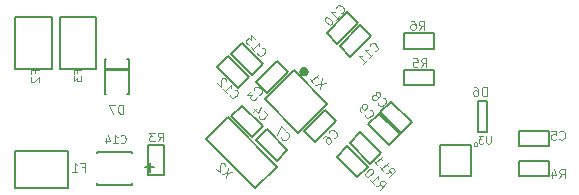
<source format=gbo>
G04 #@! TF.FileFunction,Legend,Bot*
%FSLAX46Y46*%
G04 Gerber Fmt 4.6, Leading zero omitted, Abs format (unit mm)*
G04 Created by KiCad (PCBNEW 4.0.7) date 06/12/18 13:46:57*
%MOMM*%
%LPD*%
G01*
G04 APERTURE LIST*
%ADD10C,0.100000*%
%ADD11C,0.200000*%
%ADD12C,0.381000*%
%ADD13C,0.127000*%
%ADD14C,0.150000*%
%ADD15C,0.250000*%
%ADD16C,0.097500*%
G04 APERTURE END LIST*
D10*
D11*
X18776497Y8834264D02*
X20544264Y7066497D01*
X20544264Y7066497D02*
X21463503Y7985736D01*
X21463503Y7985736D02*
X19695736Y9753503D01*
X19695736Y9753503D02*
X18776497Y8834264D01*
X22702764Y13525503D02*
X20934997Y11757736D01*
X20934997Y11757736D02*
X21854236Y10838497D01*
X21854236Y10838497D02*
X23622003Y12606264D01*
X23622003Y12606264D02*
X22702764Y13525503D01*
X45690000Y7625000D02*
X43190000Y7625000D01*
X43190000Y7625000D02*
X43190000Y6325000D01*
X43190000Y6325000D02*
X45690000Y6325000D01*
X45690000Y6325000D02*
X45690000Y7625000D01*
X25918236Y6710497D02*
X27686003Y8478264D01*
X27686003Y8478264D02*
X26766764Y9397503D01*
X26766764Y9397503D02*
X24998997Y7629736D01*
X24998997Y7629736D02*
X25918236Y6710497D01*
X23563503Y5985736D02*
X21795736Y7753503D01*
X21795736Y7753503D02*
X20876497Y6834264D01*
X20876497Y6834264D02*
X22644264Y5066497D01*
X22644264Y5066497D02*
X23563503Y5985736D01*
X13070000Y3910000D02*
X13070000Y6410000D01*
X13070000Y6410000D02*
X11770000Y6410000D01*
X11770000Y6410000D02*
X11770000Y3910000D01*
X11770000Y3910000D02*
X13070000Y3910000D01*
X45690000Y5085000D02*
X43190000Y5085000D01*
X43190000Y5085000D02*
X43190000Y3785000D01*
X43190000Y3785000D02*
X45690000Y3785000D01*
X45690000Y3785000D02*
X45690000Y5085000D01*
D12*
X25168528Y12615371D02*
G75*
G03X25168528Y12615371I-200000J0D01*
G01*
D13*
X24544264Y7524202D02*
X26948427Y9928365D01*
X26948427Y9928365D02*
X24120000Y12756792D01*
X24120000Y12756792D02*
X21645126Y10281918D01*
X21645126Y10281918D02*
X24473553Y7453491D01*
X24473553Y7453491D02*
X24614975Y7594913D01*
X16735076Y6856447D02*
X20836295Y2755227D01*
X20836295Y2755227D02*
X22674773Y4593705D01*
X22674773Y4593705D02*
X18502843Y8765635D01*
X18502843Y8765635D02*
X16664365Y6927157D01*
D11*
X31412497Y9177264D02*
X33180264Y7409497D01*
X33180264Y7409497D02*
X34099503Y8328736D01*
X34099503Y8328736D02*
X32331736Y10096503D01*
X32331736Y10096503D02*
X31412497Y9177264D01*
X30396497Y8161264D02*
X32164264Y6393497D01*
X32164264Y6393497D02*
X33083503Y7312736D01*
X33083503Y7312736D02*
X31315736Y9080503D01*
X31315736Y9080503D02*
X30396497Y8161264D01*
X27795736Y14966497D02*
X29563503Y16734264D01*
X29563503Y16734264D02*
X28644264Y17653503D01*
X28644264Y17653503D02*
X26876497Y15885736D01*
X26876497Y15885736D02*
X27795736Y14966497D01*
X28895736Y13866497D02*
X30663503Y15634264D01*
X30663503Y15634264D02*
X29744264Y16553503D01*
X29744264Y16553503D02*
X27976497Y14785736D01*
X27976497Y14785736D02*
X28895736Y13866497D01*
X17626497Y13034264D02*
X19394264Y11266497D01*
X19394264Y11266497D02*
X20313503Y12185736D01*
X20313503Y12185736D02*
X18545736Y13953503D01*
X18545736Y13953503D02*
X17626497Y13034264D01*
X18776497Y14134264D02*
X20544264Y12366497D01*
X20544264Y12366497D02*
X21463503Y13285736D01*
X21463503Y13285736D02*
X19695736Y15053503D01*
X19695736Y15053503D02*
X18776497Y14134264D01*
X3620000Y12835000D02*
X3620000Y17285000D01*
X3620000Y17285000D02*
X520000Y17285000D01*
X520000Y17285000D02*
X520000Y12835000D01*
X520000Y12835000D02*
X3620000Y12835000D01*
X495000Y2810000D02*
X4945000Y2810000D01*
X4945000Y2810000D02*
X4945000Y5910000D01*
X4945000Y5910000D02*
X495000Y5910000D01*
X495000Y5910000D02*
X495000Y2810000D01*
X33470000Y11460000D02*
X35970000Y11460000D01*
X35970000Y11460000D02*
X35970000Y12760000D01*
X35970000Y12760000D02*
X33470000Y12760000D01*
X33470000Y12760000D02*
X33470000Y11460000D01*
X35970000Y15860000D02*
X33470000Y15860000D01*
X33470000Y15860000D02*
X33470000Y14560000D01*
X33470000Y14560000D02*
X35970000Y14560000D01*
X35970000Y14560000D02*
X35970000Y15860000D01*
D14*
X36470000Y6410000D02*
X36470000Y3810000D01*
X39070000Y6410000D02*
X39070000Y3810000D01*
D11*
X39070000Y6410000D02*
X36470000Y6410000D01*
X36470000Y3810000D02*
X39070000Y3810000D01*
D14*
X40470000Y7510000D02*
X39670000Y7510000D01*
X39670000Y7510000D02*
X39670000Y10110000D01*
X39670000Y10110000D02*
X40470000Y10110000D01*
X40470000Y10110000D02*
X40470000Y7510000D01*
D11*
X30413503Y4585736D02*
X28645736Y6353503D01*
X28645736Y6353503D02*
X27726497Y5434264D01*
X27726497Y5434264D02*
X29494264Y3666497D01*
X29494264Y3666497D02*
X30413503Y4585736D01*
X31513503Y5735736D02*
X29745736Y7503503D01*
X29745736Y7503503D02*
X28826497Y6584264D01*
X28826497Y6584264D02*
X30594264Y4816497D01*
X30594264Y4816497D02*
X31513503Y5735736D01*
D14*
X7473000Y3190000D02*
X7473000Y3063000D01*
X7473000Y3063000D02*
X10394000Y3063000D01*
X10394000Y3063000D02*
X10394000Y3190000D01*
X10394000Y5730000D02*
X10394000Y5857000D01*
X10394000Y5857000D02*
X7473000Y5857000D01*
X7473000Y5857000D02*
X7473000Y5730000D01*
D15*
X10020000Y12810000D02*
X8220000Y12810000D01*
D14*
X8220000Y10710000D02*
X8120000Y10710000D01*
X8120000Y10710000D02*
X8120000Y13710000D01*
X8120000Y13710000D02*
X8220000Y13710000D01*
X10020000Y10710000D02*
X10120000Y10710000D01*
X10120000Y10710000D02*
X10120000Y13710000D01*
X10120000Y13710000D02*
X10020000Y13710000D01*
D11*
X4270000Y17285000D02*
X4270000Y12835000D01*
X4270000Y12835000D02*
X7370000Y12835000D01*
X7370000Y12835000D02*
X7370000Y17285000D01*
X7370000Y17285000D02*
X4270000Y17285000D01*
D10*
X21118985Y8832208D02*
X21118985Y8781701D01*
X21169492Y8680685D01*
X21220000Y8630177D01*
X21321016Y8579670D01*
X21422030Y8579670D01*
X21497793Y8604924D01*
X21624061Y8680685D01*
X21699823Y8756447D01*
X21775584Y8882715D01*
X21800837Y8958477D01*
X21800838Y9059492D01*
X21750330Y9160507D01*
X21699822Y9211015D01*
X21598807Y9261523D01*
X21548300Y9261523D01*
X20967462Y9589822D02*
X20613908Y9236269D01*
X21295762Y9665584D02*
X21043223Y9160507D01*
X20714924Y9488807D01*
X21142078Y10666771D02*
X21192585Y10666771D01*
X21293601Y10717278D01*
X21344109Y10767786D01*
X21394616Y10868802D01*
X21394616Y10969816D01*
X21369362Y11045579D01*
X21293601Y11171847D01*
X21217839Y11247609D01*
X21091571Y11323370D01*
X21015809Y11348623D01*
X20914794Y11348624D01*
X20813779Y11298116D01*
X20763271Y11247608D01*
X20712763Y11146593D01*
X20712763Y11096086D01*
X20485479Y10969816D02*
X20157179Y10641517D01*
X20535986Y10616263D01*
X20460225Y10540502D01*
X20434971Y10464741D01*
X20434972Y10414233D01*
X20460225Y10338471D01*
X20586494Y10212202D01*
X20662256Y10186949D01*
X20712763Y10186949D01*
X20788525Y10212202D01*
X20940048Y10363725D01*
X20965301Y10439487D01*
X20965301Y10489994D01*
X46595000Y6942143D02*
X46630714Y6906429D01*
X46737857Y6870714D01*
X46809286Y6870714D01*
X46916429Y6906429D01*
X46987857Y6977857D01*
X47023572Y7049286D01*
X47059286Y7192143D01*
X47059286Y7299286D01*
X47023572Y7442143D01*
X46987857Y7513571D01*
X46916429Y7585000D01*
X46809286Y7620714D01*
X46737857Y7620714D01*
X46630714Y7585000D01*
X46595000Y7549286D01*
X45916429Y7620714D02*
X46273572Y7620714D01*
X46309286Y7263571D01*
X46273572Y7299286D01*
X46202143Y7335000D01*
X46023572Y7335000D01*
X45952143Y7299286D01*
X45916429Y7263571D01*
X45880714Y7192143D01*
X45880714Y7013571D01*
X45916429Y6942143D01*
X45952143Y6906429D01*
X46023572Y6870714D01*
X46202143Y6870714D01*
X46273572Y6906429D01*
X46309286Y6942143D01*
X27497792Y7008985D02*
X27548299Y7008985D01*
X27649315Y7059492D01*
X27699823Y7110000D01*
X27750330Y7211016D01*
X27750330Y7312030D01*
X27725076Y7387793D01*
X27649315Y7514061D01*
X27573553Y7589823D01*
X27447285Y7665584D01*
X27371523Y7690837D01*
X27270508Y7690838D01*
X27169493Y7640330D01*
X27118985Y7589822D01*
X27068477Y7488807D01*
X27068477Y7438300D01*
X26563401Y7034238D02*
X26664416Y7135254D01*
X26740178Y7160508D01*
X26790685Y7160508D01*
X26916955Y7135254D01*
X27043223Y7059493D01*
X27245254Y6857462D01*
X27270508Y6781701D01*
X27270507Y6731193D01*
X27245254Y6655431D01*
X27144239Y6554416D01*
X27068477Y6529163D01*
X27017970Y6529163D01*
X26942208Y6554416D01*
X26815939Y6680685D01*
X26790686Y6756447D01*
X26790685Y6806955D01*
X26815939Y6882716D01*
X26916955Y6983731D01*
X26992715Y7008985D01*
X27043224Y7008985D01*
X27118985Y6983731D01*
X23038224Y7051447D02*
X23038224Y7000940D01*
X23088731Y6899924D01*
X23139239Y6849416D01*
X23240255Y6798909D01*
X23341269Y6798909D01*
X23417032Y6824163D01*
X23543300Y6899924D01*
X23619062Y6975686D01*
X23694823Y7101954D01*
X23720076Y7177716D01*
X23720077Y7278731D01*
X23669569Y7379746D01*
X23619061Y7430254D01*
X23518046Y7480762D01*
X23467539Y7480762D01*
X23341269Y7708046D02*
X22987716Y8061599D01*
X22684670Y7303985D01*
X12595000Y6720714D02*
X12845000Y7077857D01*
X13023572Y6720714D02*
X13023572Y7470714D01*
X12737857Y7470714D01*
X12666429Y7435000D01*
X12630714Y7399286D01*
X12595000Y7327857D01*
X12595000Y7220714D01*
X12630714Y7149286D01*
X12666429Y7113571D01*
X12737857Y7077857D01*
X13023572Y7077857D01*
X12345000Y7470714D02*
X11880714Y7470714D01*
X12130714Y7185000D01*
X12023572Y7185000D01*
X11952143Y7149286D01*
X11916429Y7113571D01*
X11880714Y7042143D01*
X11880714Y6863571D01*
X11916429Y6792143D01*
X11952143Y6756429D01*
X12023572Y6720714D01*
X12237857Y6720714D01*
X12309286Y6756429D01*
X12345000Y6792143D01*
X46595000Y3620714D02*
X46845000Y3977857D01*
X47023572Y3620714D02*
X47023572Y4370714D01*
X46737857Y4370714D01*
X46666429Y4335000D01*
X46630714Y4299286D01*
X46595000Y4227857D01*
X46595000Y4120714D01*
X46630714Y4049286D01*
X46666429Y4013571D01*
X46737857Y3977857D01*
X47023572Y3977857D01*
X45952143Y4120714D02*
X45952143Y3620714D01*
X46130714Y4406429D02*
X46309286Y3870714D01*
X45845000Y3870714D01*
X26809026Y11695122D02*
X25925142Y11518345D01*
X26455472Y12048675D02*
X26278696Y11164792D01*
X25445319Y11998168D02*
X25748365Y11695122D01*
X25596842Y11846645D02*
X26127172Y12376975D01*
X26101919Y12250705D01*
X26101919Y12149691D01*
X26127173Y12073929D01*
X18889734Y4121104D02*
X18005850Y3944327D01*
X18536180Y4474657D02*
X18359404Y3590774D01*
X18308896Y4600927D02*
X18308896Y4651434D01*
X18283642Y4727195D01*
X18157373Y4853464D01*
X18081612Y4878718D01*
X18031104Y4878718D01*
X17955342Y4853465D01*
X17904835Y4802958D01*
X17854328Y4701942D01*
X17854327Y4095850D01*
X17526027Y4424150D01*
X31218985Y9982208D02*
X31218985Y9931701D01*
X31269492Y9830685D01*
X31320000Y9780177D01*
X31421016Y9729670D01*
X31522030Y9729670D01*
X31597793Y9754924D01*
X31724061Y9830685D01*
X31799823Y9906447D01*
X31875584Y10032715D01*
X31900837Y10108477D01*
X31900838Y10209492D01*
X31850330Y10310507D01*
X31799822Y10361015D01*
X31698807Y10411523D01*
X31648300Y10411523D01*
X31168478Y10537792D02*
X31244238Y10512538D01*
X31294746Y10512538D01*
X31370508Y10537792D01*
X31395762Y10563045D01*
X31421016Y10638807D01*
X31421015Y10689315D01*
X31395762Y10765076D01*
X31294746Y10866091D01*
X31218985Y10891345D01*
X31168478Y10891345D01*
X31092715Y10866092D01*
X31067462Y10840838D01*
X31042208Y10765076D01*
X31042208Y10714569D01*
X31067462Y10638807D01*
X31168478Y10537792D01*
X31193731Y10462030D01*
X31193731Y10411522D01*
X31168478Y10335762D01*
X31067462Y10234746D01*
X30991701Y10209492D01*
X30941193Y10209493D01*
X30865431Y10234746D01*
X30764416Y10335761D01*
X30739163Y10411523D01*
X30739163Y10462030D01*
X30764416Y10537792D01*
X30865431Y10638808D01*
X30941193Y10664061D01*
X30991700Y10664061D01*
X31067462Y10638807D01*
X30118985Y8982208D02*
X30118985Y8931701D01*
X30169492Y8830685D01*
X30220000Y8780177D01*
X30321016Y8729670D01*
X30422030Y8729670D01*
X30497793Y8754924D01*
X30624061Y8830685D01*
X30699823Y8906447D01*
X30775584Y9032715D01*
X30800837Y9108477D01*
X30800838Y9209492D01*
X30750330Y9310507D01*
X30699822Y9361015D01*
X30598807Y9411523D01*
X30548300Y9411523D01*
X29815939Y9184238D02*
X29714924Y9285254D01*
X29689671Y9361015D01*
X29689670Y9411523D01*
X29714924Y9537792D01*
X29790685Y9664061D01*
X29992715Y9866092D01*
X30068478Y9891345D01*
X30118985Y9891345D01*
X30194746Y9866091D01*
X30295762Y9765076D01*
X30321015Y9689315D01*
X30321016Y9638807D01*
X30295762Y9563045D01*
X30169493Y9436777D01*
X30093731Y9411522D01*
X30043223Y9411523D01*
X29967462Y9436777D01*
X29866447Y9537792D01*
X29841193Y9613553D01*
X29841193Y9664061D01*
X29866447Y9739823D01*
X28100330Y17561523D02*
X28150837Y17561523D01*
X28251853Y17612030D01*
X28302361Y17662538D01*
X28352868Y17763554D01*
X28352868Y17864569D01*
X28327615Y17940331D01*
X28251853Y18066600D01*
X28176092Y18142361D01*
X28049823Y18218123D01*
X27974061Y18243376D01*
X27873046Y18243376D01*
X27772031Y18192868D01*
X27721523Y18142360D01*
X27671015Y18041345D01*
X27671015Y17990838D01*
X27645762Y17005939D02*
X27948808Y17308985D01*
X27797285Y17157462D02*
X27266955Y17687792D01*
X27393224Y17662538D01*
X27494238Y17662538D01*
X27570000Y17687793D01*
X26787132Y17207969D02*
X26736624Y17157462D01*
X26711370Y17081700D01*
X26711370Y17031193D01*
X26736624Y16955431D01*
X26812385Y16829162D01*
X26938654Y16702893D01*
X27064924Y16627132D01*
X27140685Y16601878D01*
X27191192Y16601878D01*
X27266955Y16627132D01*
X27317462Y16677639D01*
X27342715Y16753401D01*
X27342715Y16803908D01*
X27317462Y16879670D01*
X27241700Y17005939D01*
X27115431Y17132208D01*
X26989163Y17207970D01*
X26913400Y17233223D01*
X26862893Y17233223D01*
X26787132Y17207969D01*
X30950330Y14361523D02*
X31000837Y14361523D01*
X31101853Y14412030D01*
X31152361Y14462538D01*
X31202868Y14563554D01*
X31202868Y14664569D01*
X31177615Y14740331D01*
X31101853Y14866600D01*
X31026092Y14942361D01*
X30899823Y15018123D01*
X30824061Y15043376D01*
X30723046Y15043376D01*
X30622031Y14992868D01*
X30571523Y14942360D01*
X30521015Y14841345D01*
X30521015Y14790838D01*
X30495762Y13805939D02*
X30798808Y14108985D01*
X30647285Y13957462D02*
X30116955Y14487792D01*
X30243224Y14462538D01*
X30344238Y14462538D01*
X30420000Y14487793D01*
X29990685Y13300862D02*
X30293731Y13603908D01*
X30142208Y13452385D02*
X29611878Y13982715D01*
X29738148Y13957462D01*
X29839162Y13957462D01*
X29914924Y13982716D01*
X18671522Y10679670D02*
X18671522Y10629163D01*
X18722029Y10528147D01*
X18772537Y10477639D01*
X18873553Y10427132D01*
X18974568Y10427132D01*
X19050330Y10452385D01*
X19176599Y10528147D01*
X19252360Y10603908D01*
X19328122Y10730177D01*
X19353375Y10805939D01*
X19353375Y10906954D01*
X19302867Y11007969D01*
X19252359Y11058477D01*
X19151344Y11108985D01*
X19100837Y11108985D01*
X18115938Y11134238D02*
X18418984Y10831192D01*
X18267461Y10982715D02*
X18797791Y11513045D01*
X18772537Y11386776D01*
X18772537Y11285762D01*
X18797792Y11210000D01*
X18393730Y11816092D02*
X18393730Y11866599D01*
X18368476Y11942360D01*
X18242207Y12068629D01*
X18166446Y12093883D01*
X18115938Y12093883D01*
X18040176Y12068630D01*
X17989669Y12018123D01*
X17939162Y11917107D01*
X17939161Y11311015D01*
X17610861Y11639315D01*
X21021523Y14229670D02*
X21021523Y14179163D01*
X21072030Y14078147D01*
X21122538Y14027639D01*
X21223554Y13977132D01*
X21324569Y13977132D01*
X21400331Y14002385D01*
X21526600Y14078147D01*
X21602361Y14153908D01*
X21678123Y14280177D01*
X21703376Y14355939D01*
X21703376Y14456954D01*
X21652868Y14557969D01*
X21602360Y14608477D01*
X21501345Y14658985D01*
X21450838Y14658985D01*
X20465939Y14684238D02*
X20768985Y14381192D01*
X20617462Y14532715D02*
X21147792Y15063045D01*
X21122538Y14936776D01*
X21122538Y14835762D01*
X21147793Y14760000D01*
X20819492Y15391345D02*
X20491192Y15719645D01*
X20465939Y15340838D01*
X20390178Y15416599D01*
X20314416Y15441853D01*
X20263908Y15441852D01*
X20188147Y15416600D01*
X20061877Y15290330D01*
X20036624Y15214569D01*
X20036624Y15164061D01*
X20061878Y15088299D01*
X20213400Y14936777D01*
X20289163Y14911523D01*
X20339670Y14911523D01*
X2166429Y12510000D02*
X2166429Y12760000D01*
X2559286Y12760000D02*
X1809286Y12760000D01*
X1809286Y12402857D01*
X1880714Y12152857D02*
X1845000Y12117143D01*
X1809286Y12045714D01*
X1809286Y11867143D01*
X1845000Y11795714D01*
X1880714Y11760000D01*
X1952143Y11724285D01*
X2023571Y11724285D01*
X2130714Y11760000D01*
X2559286Y12188571D01*
X2559286Y11724285D01*
X6145000Y4540571D02*
X6395000Y4540571D01*
X6395000Y4147714D02*
X6395000Y4897714D01*
X6037857Y4897714D01*
X5359285Y4147714D02*
X5787857Y4147714D01*
X5573571Y4147714D02*
X5573571Y4897714D01*
X5645000Y4790571D01*
X5716428Y4719143D01*
X5787857Y4683429D01*
X34895000Y13020714D02*
X35145000Y13377857D01*
X35323572Y13020714D02*
X35323572Y13770714D01*
X35037857Y13770714D01*
X34966429Y13735000D01*
X34930714Y13699286D01*
X34895000Y13627857D01*
X34895000Y13520714D01*
X34930714Y13449286D01*
X34966429Y13413571D01*
X35037857Y13377857D01*
X35323572Y13377857D01*
X34216429Y13770714D02*
X34573572Y13770714D01*
X34609286Y13413571D01*
X34573572Y13449286D01*
X34502143Y13485000D01*
X34323572Y13485000D01*
X34252143Y13449286D01*
X34216429Y13413571D01*
X34180714Y13342143D01*
X34180714Y13163571D01*
X34216429Y13092143D01*
X34252143Y13056429D01*
X34323572Y13020714D01*
X34502143Y13020714D01*
X34573572Y13056429D01*
X34609286Y13092143D01*
X34695000Y16170714D02*
X34945000Y16527857D01*
X35123572Y16170714D02*
X35123572Y16920714D01*
X34837857Y16920714D01*
X34766429Y16885000D01*
X34730714Y16849286D01*
X34695000Y16777857D01*
X34695000Y16670714D01*
X34730714Y16599286D01*
X34766429Y16563571D01*
X34837857Y16527857D01*
X35123572Y16527857D01*
X34052143Y16920714D02*
X34195000Y16920714D01*
X34266429Y16885000D01*
X34302143Y16849286D01*
X34373572Y16742143D01*
X34409286Y16599286D01*
X34409286Y16313571D01*
X34373572Y16242143D01*
X34337857Y16206429D01*
X34266429Y16170714D01*
X34123572Y16170714D01*
X34052143Y16206429D01*
X34016429Y16242143D01*
X33980714Y16313571D01*
X33980714Y16492143D01*
X34016429Y16563571D01*
X34052143Y16599286D01*
X34123572Y16635000D01*
X34266429Y16635000D01*
X34337857Y16599286D01*
X34373572Y16563571D01*
X34409286Y16492143D01*
D16*
X40765238Y7165952D02*
X40765238Y6639762D01*
X40734286Y6577857D01*
X40703333Y6546905D01*
X40641429Y6515952D01*
X40517619Y6515952D01*
X40455714Y6546905D01*
X40424762Y6577857D01*
X40393810Y6639762D01*
X40393810Y7165952D01*
X40146191Y7165952D02*
X39743810Y7165952D01*
X39960477Y6918333D01*
X39867619Y6918333D01*
X39805715Y6887381D01*
X39774762Y6856429D01*
X39743810Y6794524D01*
X39743810Y6639762D01*
X39774762Y6577857D01*
X39805715Y6546905D01*
X39867619Y6515952D01*
X40053334Y6515952D01*
X40115238Y6546905D01*
X40146191Y6577857D01*
D10*
X39508095Y6633810D02*
X39431905Y6633810D01*
X39355714Y6595714D01*
X39317619Y6519524D01*
X39317619Y6443333D01*
X39355714Y6367143D01*
X39431905Y6329048D01*
X39508095Y6329048D01*
X39584286Y6367143D01*
X39622381Y6443333D01*
X39622381Y6519524D01*
X39584286Y6595714D01*
X39508095Y6633810D01*
X40423572Y10570714D02*
X40423572Y11320714D01*
X40245000Y11320714D01*
X40137857Y11285000D01*
X40066429Y11213571D01*
X40030714Y11142143D01*
X39995000Y10999286D01*
X39995000Y10892143D01*
X40030714Y10749286D01*
X40066429Y10677857D01*
X40137857Y10606429D01*
X40245000Y10570714D01*
X40423572Y10570714D01*
X39352143Y11320714D02*
X39495000Y11320714D01*
X39566429Y11285000D01*
X39602143Y11249286D01*
X39673572Y11142143D01*
X39709286Y10999286D01*
X39709286Y10713571D01*
X39673572Y10642143D01*
X39637857Y10606429D01*
X39566429Y10570714D01*
X39423572Y10570714D01*
X39352143Y10606429D01*
X39316429Y10642143D01*
X39280714Y10713571D01*
X39280714Y10892143D01*
X39316429Y10963571D01*
X39352143Y10999286D01*
X39423572Y11035000D01*
X39566429Y11035000D01*
X39637857Y10999286D01*
X39673572Y10963571D01*
X39709286Y10892143D01*
X31071015Y2929162D02*
X31500330Y3004924D01*
X31374061Y2626116D02*
X31904391Y3156446D01*
X31702360Y3358477D01*
X31626600Y3383731D01*
X31576092Y3383731D01*
X31500330Y3358477D01*
X31424569Y3282715D01*
X31399315Y3206955D01*
X31399315Y3156446D01*
X31424569Y3080685D01*
X31626600Y2878654D01*
X30565939Y3434238D02*
X30868985Y3131192D01*
X30717462Y3282715D02*
X31247792Y3813045D01*
X31222538Y3686776D01*
X31222538Y3585762D01*
X31247793Y3510000D01*
X30767969Y4292868D02*
X30717462Y4343376D01*
X30641700Y4368630D01*
X30591193Y4368630D01*
X30515431Y4343376D01*
X30389162Y4267615D01*
X30262893Y4141346D01*
X30187132Y4015076D01*
X30161878Y3939315D01*
X30161878Y3888808D01*
X30187132Y3813045D01*
X30237639Y3762538D01*
X30313401Y3737285D01*
X30363908Y3737285D01*
X30439670Y3762538D01*
X30565939Y3838300D01*
X30692208Y3964569D01*
X30767970Y4090837D01*
X30793223Y4166600D01*
X30793223Y4217107D01*
X30767969Y4292868D01*
X31871015Y4029162D02*
X32300330Y4104924D01*
X32174061Y3726116D02*
X32704391Y4256446D01*
X32502360Y4458477D01*
X32426600Y4483731D01*
X32376092Y4483731D01*
X32300330Y4458477D01*
X32224569Y4382715D01*
X32199315Y4306955D01*
X32199315Y4256446D01*
X32224569Y4180685D01*
X32426600Y3978654D01*
X31365939Y4534238D02*
X31668985Y4231192D01*
X31517462Y4382715D02*
X32047792Y4913045D01*
X32022538Y4786776D01*
X32022538Y4685762D01*
X32047793Y4610000D01*
X30860862Y5039315D02*
X31163908Y4736269D01*
X31012385Y4887792D02*
X31542715Y5418122D01*
X31517462Y5291852D01*
X31517462Y5190838D01*
X31542716Y5115076D01*
X9447000Y6623000D02*
X9480334Y6589667D01*
X9580334Y6556333D01*
X9647000Y6556333D01*
X9747000Y6589667D01*
X9813667Y6656333D01*
X9847000Y6723000D01*
X9880334Y6856333D01*
X9880334Y6956333D01*
X9847000Y7089667D01*
X9813667Y7156333D01*
X9747000Y7223000D01*
X9647000Y7256333D01*
X9580334Y7256333D01*
X9480334Y7223000D01*
X9447000Y7189667D01*
X8780334Y6556333D02*
X9180334Y6556333D01*
X8980334Y6556333D02*
X8980334Y7256333D01*
X9047000Y7156333D01*
X9113667Y7089667D01*
X9180334Y7056333D01*
X8180333Y7023000D02*
X8180333Y6556333D01*
X8347000Y7289667D02*
X8513667Y6789667D01*
X8080333Y6789667D01*
D14*
X12298952Y4515571D02*
X11537047Y4515571D01*
X11917999Y4134619D02*
X11917999Y4896524D01*
D10*
X9623572Y9070714D02*
X9623572Y9820714D01*
X9445000Y9820714D01*
X9337857Y9785000D01*
X9266429Y9713571D01*
X9230714Y9642143D01*
X9195000Y9499286D01*
X9195000Y9392143D01*
X9230714Y9249286D01*
X9266429Y9177857D01*
X9337857Y9106429D01*
X9445000Y9070714D01*
X9623572Y9070714D01*
X8945000Y9820714D02*
X8445000Y9820714D01*
X8766429Y9070714D01*
D16*
X5773571Y12526666D02*
X5773571Y12743333D01*
X6114048Y12743333D02*
X5464048Y12743333D01*
X5464048Y12433809D01*
X5464048Y12248095D02*
X5464048Y11845714D01*
X5711667Y12062381D01*
X5711667Y11969523D01*
X5742619Y11907619D01*
X5773571Y11876666D01*
X5835476Y11845714D01*
X5990238Y11845714D01*
X6052143Y11876666D01*
X6083095Y11907619D01*
X6114048Y11969523D01*
X6114048Y12155238D01*
X6083095Y12217142D01*
X6052143Y12248095D01*
M02*

</source>
